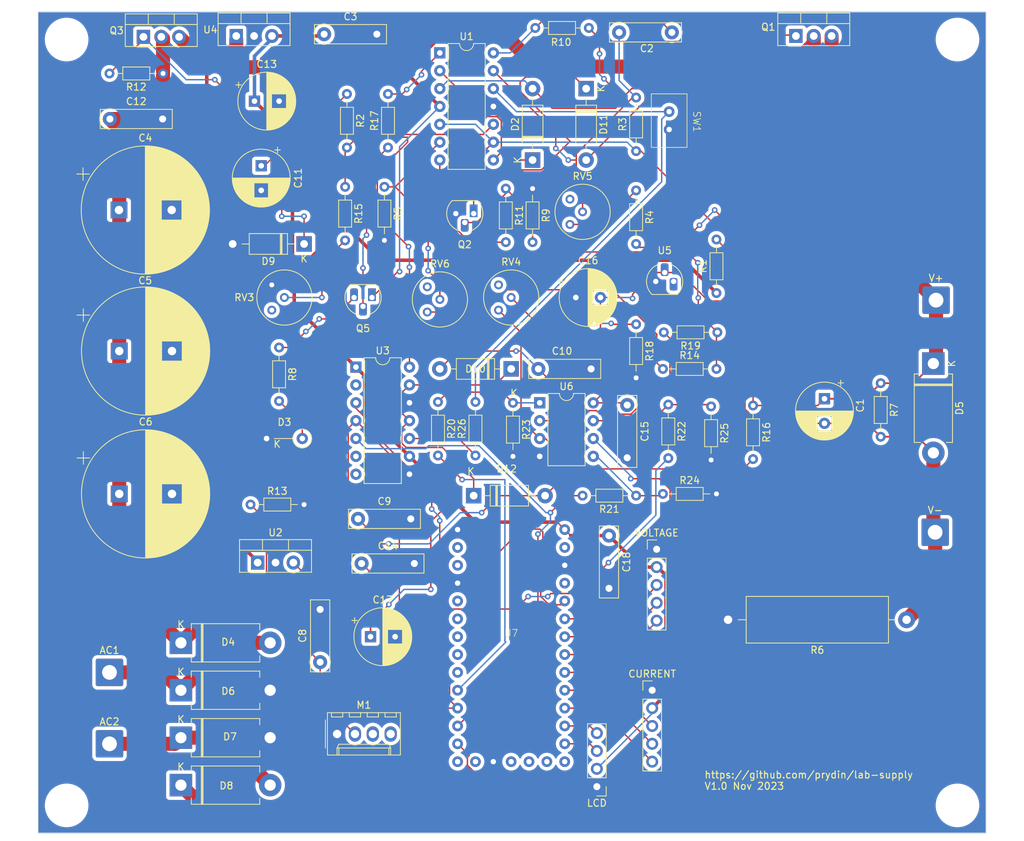
<source format=kicad_pcb>
(kicad_pcb (version 20221018) (generator pcbnew)
  (layers (0 "F.Cu" signal) (31 "B.Cu" signal) (34 "B.Paste" user) (35 "F.Paste" user) (36 "B.SilkS" user "B.Silkscreen") (37 "F.SilkS" user "F.Silkscreen") (38 "B.Mask" user) (39 "F.Mask" user) (44 "Edge.Cuts" user))
  (net 0 "")
  (net 1 "Net-(D2-K)")
  (net 2 "V+")
  (net 3 "+36V")
  (net 4 "Net-(C2-Pad2)")
  (net 5 "GND")
  (net 6 "Net-(D3-A)")
  (net 7 "Net-(D9-K)")
  (net 8 "Net-(Q2-B)")
  (net 10 "Net-(U1D--)")
  (net 11 "Net-(U1C-+)")
  (net 12 "Net-(D11-A)")
  (net 13 "+28V")
  (net 14 "Net-(D11-K)")
  (net 15 "Net-(R4-Pad1)")
  (net 16 "Net-(Q5-E)")
  (net 17 "Net-(R17-Pad2)")
  (net 18 "V_VSET")
  (net 19 "Net-(Q5-B)")
  (net 20 "V_ISET")
  (net 21 "ISENSE")
  (net 22 "+5V")
  (net 23 "VREF")
  (net 24 "Net-(U1B--)")
  (net 25 "Net-(R14-Pad1)")
  (net 26 "Net-(D12-A)")
  (net 27 "Net-(R15-Pad2)")
  (net 28 "Net-(D10-A)")
  (net 29 "Net-(R18-Pad1)")
  (net 32 "Net-(U3-SCK)")
  (net 33 "Net-(U3-SDI)")
  (net 36 "Net-(U5-A)")
  (net 37 "Net-(U6-DOUT)")
  (net 47 "Net-(M1-+)")
  (net 49 "Net-(R14-Pad2)")
  (net 51 "Net-(H2-CLK)")
  (net 52 "Net-(H2-DT)")
  (net 53 "Net-(H2-SW)")
  (net 54 "Net-(U6-~{CS}{slash}SHDN)")
  (net 55 "Net-(U7-A5)")
  (net 56 "Net-(U6-DIN)")
  (net 57 "Net-(U6-CLK)")
  (net 64 "Net-(H1-CLK)")
  (net 65 "Net-(H1-DT)")
  (net 66 "Net-(H1-SW)")
  (net 67 "AC1")
  (net 68 "AC2")
  (net 69 "Net-(M1-PWM)")
  (net 70 "Net-(H3-SDA)")
  (net 71 "Net-(H3-SCL)")
  (net 72 "Net-(SW1-A)")
  (net 73 "Net-(U3-~{CS})")
  (footprint "Resistor_THT:R_Axial_DIN0204_L3.6mm_D1.6mm_P7.62mm_Horizontal" (layer "F.Cu") (at 143.637 81.153 180)
    (fp_text reference "R19")
    (fp_text value "10k")
  )
  (footprint "Resistor_THT:R_Axial_DIN0204_L3.6mm_D1.6mm_P7.62mm_Horizontal" (layer "F.Cu") (at 148.717 91.567 -90)
    (fp_text reference "R16")
    (fp_text value "100k")
  )
  (footprint "Package_TO_SOT_THT:TO-220-3_Vertical" (layer "F.Cu") (at 61.976 39.116)
    (fp_text reference "Q3")
    (fp_text value "TIP121")
  )
  (footprint "Resistor_THT:R_Axial_DIN0204_L3.6mm_D1.6mm_P7.62mm_Horizontal" (layer "F.Cu") (at 132.08 60.96 -90)
    (fp_text reference "R4")
    (fp_text value "47k")
  )
  (footprint "Resistor_THT:R_Axial_Power_L20.0mm_W6.4mm_P25.40mm" (layer "F.Cu") (at 170.561 122.047 180)
    (fp_text reference "R6")
    (fp_text value "0.5")
  )
  (footprint "Connector_Wire:SolderWire-1.5sqmm_1x01_D1.7mm_OD3.9mm" (layer "F.Cu") (at 57.15 139.7)
    (fp_text reference "AC2")
    (fp_text value "AC2")
  )
  (footprint "Resistor_THT:R_Axial_DIN0204_L3.6mm_D1.6mm_P7.62mm_Horizontal" (layer "F.Cu") (at 64.77 44.323 180)
    (fp_text reference "R12")
    (fp_text value "10k")
  )
  (footprint "Resistor_THT:R_Axial_DIN0204_L3.6mm_D1.6mm_P7.62mm_Horizontal" (layer "F.Cu") (at 114.554 91.186 -90)
    (fp_text reference "R23")
    (fp_text value "470")
  )
  (footprint "Connector_Wire:SolderWire-1.5sqmm_1x01_D1.7mm_OD3.9mm" (layer "F.Cu") (at 174.752 76.581)
    (fp_text reference "V+")
    (fp_text value "V+")
  )
  (footprint "Connector_Wire:SolderWire-1.5sqmm_1x01_D1.7mm_OD3.9mm" (layer "F.Cu") (at 57.15 129.54)
    (fp_text reference "AC1")
    (fp_text value "AC1")
  )
  (footprint "Arduino:Itsy Bitsy 5V" (layer "F.Cu") (at 114.3 124.46)
    (fp_text reference "U7")
    (fp_text value "~")
  )
  (footprint "Resistor_THT:R_Axial_DIN0204_L3.6mm_D1.6mm_P7.62mm_Horizontal" (layer "F.Cu") (at 136.652 91.44 -90)
    (fp_text reference "R22")
    (fp_text value "100")
  )
  (footprint "Resistor_THT:R_Axial_DIN0204_L3.6mm_D1.6mm_P7.62mm_Horizontal" (layer "F.Cu") (at 117.729 37.846)
    (fp_text reference "R10")
    (fp_text value "10k")
  )
  (footprint "Resistor_THT:R_Axial_DIN0204_L3.6mm_D1.6mm_P7.62mm_Horizontal" (layer "F.Cu") (at 103.886 91.059 -90)
    (fp_text reference "R20")
    (fp_text value "100")
  )
  (footprint "Connector_Wire:SolderWire-1.5sqmm_1x01_D1.7mm_OD3.9mm" (layer "F.Cu") (at 174.625 109.601)
    (fp_text reference "V-")
    (fp_text value "V-")
  )
  (footprint "Package_TO_SOT_THT:TO-220-3_Vertical" (layer "F.Cu") (at 154.813 38.989)
    (fp_text reference "Q1")
    (fp_text value "TIP121")
  )
  (footprint "Capacitor_THT:C_Rect_L10.0mm_W2.5mm_P7.50mm_MKS4" (layer "F.Cu") (at 92.516 107.696)
    (fp_text reference "C9")
    (fp_text value "100n")
  )
  (footprint "Potentiometer_THT:Potentiometer_Bourns_3339H_Vertical" (layer "F.Cu") (at 80.242 77.996051)
    (fp_text reference "RV3")
    (fp_text value "22k")
  )
  (footprint "Capacitor_THT:CP_Radial_D8.0mm_P3.50mm" (layer "F.Cu") (at 94.29 124.46)
    (fp_text reference "C17")
    (fp_text value "10u")
  )
  (footprint "Package_TO_SOT_THT:TO-92_HandSolder" (layer "F.Cu") (at 108.966 64.262 180)
    (fp_text reference "Q2")
    (fp_text value "2N3904")
  )
  (footprint "Capacitor_THT:C_Rect_L10.0mm_W2.5mm_P7.50mm_MKS4" (layer "F.Cu") (at 57.21 50.8)
    (fp_text reference "C12")
    (fp_text value "100n")
  )
  (footprint "Capacitor_THT:CP_Radial_D8.0mm_P3.50mm" (layer "F.Cu") (at 77.78 48.26)
    (fp_text reference "C13")
    (fp_text value "10u")
  )
  (footprint "Capacitor_THT:CP_Radial_D18.0mm_P7.50mm" (layer "F.Cu") (at 58.54 83.82)
    (fp_text reference "C5")
    (fp_text value "4700u")
  )
  (footprint "Resistor_THT:R_Axial_DIN0204_L3.6mm_D1.6mm_P7.62mm_Horizontal" (layer "F.Cu") (at 132.08 104.394 180)
    (fp_text reference "R21")
    (fp_text value "100")
  )
  (footprint "Potentiometer_THT:Potentiometer_Bourns_3339H_Vertical" (layer "F.Cu") (at 112.503949 77.996051)
    (fp_text reference "RV4")
    (fp_text value "10k")
  )
  (footprint "Connector_PinHeader_2.54mm:PinHeader_1x04_P2.54mm_Vertical" (layer "F.Cu") (at 126.492 145.796 180)
    (fp_text reference "LCD")
    (fp_text value "Display")
  )
  (footprint "Potentiometer_THT:Potentiometer_Bourns_3339H_Vertical" (layer "F.Cu") (at 102.362 78.268102)
    (fp_text reference "RV6")
    (fp_text value "20k")
  )
  (footprint "Capacitor_THT:C_Rect_L10.0mm_W2.5mm_P7.50mm_MKS4" (layer "F.Cu") (at 87.69 38.735)
    (fp_text reference "C3")
    (fp_text value "100n")
  )
  (footprint "Resistor_THT:R_Axial_DIN0204_L3.6mm_D1.6mm_P7.62mm_Horizontal" (layer "F.Cu") (at 135.89 104.14)
    (fp_text reference "R24")
    (fp_text value "470")
  )
  (footprint "Package_TO_SOT_THT:TO-92_HandSolder" (layer "F.Cu") (at 94.488 76.2 180)
    (fp_text reference "Q5")
    (fp_text value "2N3904")
  )
  (footprint "MountingHole:MountingHole_3.2mm_M3" (layer "F.Cu") (at 177.8 148.463)
    (fp_text reference "REF**" hide)
    (fp_text value "MountingHole_3.2mm_M3")
  )
  (footprint "Package_TO_SOT_THT:TO-92_HandSolder" (layer "F.Cu") (at 134.874 73.914)
    (fp_text reference "U5")
    (fp_text value "LM4040DBZ-2.0")
  )
  (footprint "Capacitor_THT:C_Rect_L10.0mm_W2.5mm_P7.50mm_MKS4" (layer "F.Cu") (at 128.216 110.078 -90)
    (fp_text reference "C18")
    (fp_text value "100n")
  )
  (footprint "MountingHole:MountingHole_3.2mm_M3" (layer "F.Cu") (at 51.054 39.497)
    (fp_text reference "REF**" hide)
    (fp_text value "MountingHole_3.2mm_M3")
  )
  (footprint "Resistor_THT:R_Axial_DIN0204_L3.6mm_D1.6mm_P7.62mm_Horizontal" (layer "F.Cu") (at 166.878 88.392 -90)
    (fp_text reference "R7")
    (fp_text value "3.9k")
  )
  (footprint "Diode_THT:D_DO-41_SOD81_P10.16mm_Horizontal" (layer "F.Cu") (at 124.968 46.482 -90)
    (fp_text reference "D11")
    (fp_text value "1N4001")
  )
  (footprint "Resistor_THT:R_Axial_DIN0204_L3.6mm_D1.6mm_P7.62mm_Horizontal" (layer "F.Cu") (at 135.89 86.36)
    (fp_text reference "R14")
    (fp_text value "22k")
  )
  (footprint "Resistor_THT:R_Axial_DIN0204_L3.6mm_D1.6mm_P7.62mm_Horizontal" (layer "F.Cu") (at 109.22 98.679 90)
    (fp_text reference "R26")
    (fp_text value "47k")
  )
  (footprint "Diode_THT:D_DO-201AD_P12.70mm_Horizontal" (layer "F.Cu") (at 67.31 125.33)
    (fp_text reference "D4")
    (fp_text value "1N5400")
  )
  (footprint "Capacitor_THT:CP_Radial_D8.0mm_P3.50mm" (layer "F.Cu") (at 158.877 90.607 -90)
    (fp_text reference "C1")
    (fp_text value "100u")
  )
  (footprint "Capacitor_THT:C_Rect_L10.0mm_W2.5mm_P7.50mm_MKS4" (layer "F.Cu") (at 93.024 114.046)
    (fp_text reference "C14")
    (fp_text value "100n")
  )
  (footprint "Diode_THT:D_DO-41_SOD81_P10.16mm_Horizontal" (layer "F.Cu") (at 117.348 56.642 90)
    (fp_text reference "D2")
    (fp_text value "1N4001")
  )
  (footprint "Resistor_THT:R_Axial_DIN0204_L3.6mm_D1.6mm_P7.62mm_Horizontal" (layer "F.Cu") (at 132.08 80.01 -90)
    (fp_text reference "R18")
    (fp_text value "10k")
  )
  (footprint "Capacitor_THT:CP_Radial_D18.0mm_P7.50mm" (layer "F.Cu") (at 58.54 104.14)
    (fp_text reference "C6")
    (fp_text value "4700u")
  )
  (footprint "Capacitor_THT:CP_Radial_D8.0mm_P3.50mm" (layer "F.Cu") (at 123.5 76.2)
    (fp_text reference "C16")
    (fp_text value "10u")
  )
  (footprint "Resistor_THT:R_Axial_DIN0204_L3.6mm_D1.6mm_P7.62mm_Horizontal" (layer "F.Cu") (at 96.774 54.864 90)
    (fp_text reference "R17")
    (fp_text value "10k")
  )
  (footprint "Diode_THT:D_DO-201AD_P12.70mm_Horizontal" (layer "F.Cu") (at 67.31 138.83)
    (fp_text reference "D7")
    (fp_text value "1N5400")
  )
  (footprint "Resistor_THT:R_Axial_DIN0204_L3.6mm_D1.6mm_P7.62mm_Horizontal" (layer "F.Cu") (at 132.08 55.372 90)
    (fp_text reference "R3")
    (fp_text value "10k")
  )
  (footprint "Capacitor_THT:C_Rect_L10.0mm_W2.5mm_P7.50mm_MKS4" (layer "F.Cu") (at 129.66 38.481)
    (fp_text reference "C2")
    (fp_text value "10nf")
  )
  (footprint "Package_TO_SOT_THT:TO-220-3_Vertical" (layer "F.Cu") (at 78.232 113.919)
    (fp_text reference "U2")
    (fp_text value "LM7812_TO220")
  )
  (footprint "Connector_PinHeader_2.54mm:PinHeader_1x05_P2.54mm_Vertical" (layer "F.Cu") (at 134.366 132.08)
    (fp_text reference "CURRENT")
    (fp_text value "Current")
  )
  (footprint "Capacitor_THT:CP_Radial_D18.0mm_P7.50mm" (layer "F.Cu") (at 58.49822 63.754)
    (fp_text reference "C4")
    (fp_text value "4700u")
  )
  (footprint "Connector_Molex:Molex_KK-254_AE-6410-04A_1x04_P2.54mm_Vertical" (layer "F.Cu") (at 89.535 138.303)
    (fp_text reference "M1")
    (fp_text value "Fan_4pin")
  )
  (footprint "Resistor_THT:R_Axial_DIN0204_L3.6mm_D1.6mm_P7.62mm_Horizontal" (layer "F.Cu") (at 113.538 60.706 -90)
    (fp_text reference "R11")
    (fp_text value "10k")
  )
  (footprint "Capacitor_THT:C_Rect_L10.0mm_W2.5mm_P7.50mm_MKS4" (layer "F.Cu") (at 87.122 128.083 90)
    (fp_text reference "C8")
    (fp_text value "100n")
  )
  (footprint "Capacitor_THT:CP_Radial_D8.0mm_P3.50mm" (layer "F.Cu") (at 78.74 57.46 -90)
    (fp_text reference "C11")
    (fp_text value "100u")
  )
  (footprint "Diode_THT:D_DO-41_SOD81_P10.16mm_Horizontal" (layer "F.Cu") (at 114.3 86.36 180)
    (fp_text reference "D10")
    (fp_text value "1N4001")
  )
  (footprint "Diode_THT:D_DO-41_SOD81_P10.16mm_Horizontal" (layer "F.Cu") (at 84.836 68.58 180)
    (fp_text reference "D9")
    (fp_text value "1N4751ATR")
  )
  (footprint "Package_DIP:DIP-14_W7.62mm" (layer "F.Cu") (at 92.212 86.101)
    (fp_text reference "U3")
    (fp_text value "MCP4922" hide)
  )
  (footprint "Package_DIP:DIP-8_W7.62mm" (layer "F.Cu") (at 118.364 91.186)
    (fp_text reference "U6")
    (fp_text value "MCP3202")
  )
  (footprint "MountingHole:MountingHole_3.2mm_M3" (layer "F.Cu") (at 177.8 39.497)
    (fp_text reference "")
    (fp_text value "MountingHole_3.2mm_M3")
  )
  (footprint "Resistor_THT:R_Axial_DIN0204_L3.6mm_D1.6mm_P7.62mm_Horizontal" (layer "F.Cu") (at 142.748 91.694 -90)
    (fp_text reference "R25")
    (fp_text value "470")
  )
  (footprint "MountingHole:MountingHole_3.2mm_M3" (layer "F.Cu") (at 51.054 148.463)
    (fp_text reference "REF**" hide)
    (fp_text value "MountingHole_3.2mm_M3")
  )
  (footprint "Diode_THT:D_DO-41_SOD81_P10.16mm_Horizontal" (layer "F.Cu") (at 108.966 104.394)
    (fp_text reference "D12")
    (fp_text value "1N4001")
  )
  (footprint "Diode_THT:D_DO-201AD_P12.70mm_Horizontal" (layer "F.Cu") (at 67.31 132.08)
    (fp_text reference "D6")
    (fp_text value "1N5400")
  )
  (footprint "Package_DIP:DIP-14_W7.62mm" (layer "F.Cu") (at 104.15 41.397)
    (fp_text reference "U1")
    (fp_text value "LM324")
  )
  (footprint "Capacitor_THT:C_Rect_L10.0mm_W2.5mm_P7.50mm_MKS4" (layer "F.Cu") (at 125.67 86.36 180)
    (fp_text reference "C10")
    (fp_text value "100n")
  )
  (footprint "Arduino:2 Pin Header" (layer "F.Cu") (at 136.779 44.677)
    (fp_text reference "SW1")
    (fp_text value "ENABLE")
  )
  (footprint "Package_TO_SOT_THT:TO-220-3_Vertical" (layer "F.Cu") (at 75.184 38.989)
    (fp_text reference "U4")
    (fp_text value "LM7805_TO220")
  )
  (footprint "Resistor_THT:R_Axial_DIN0204_L3.6mm_D1.6mm_P7.62mm_Horizontal" (layer "F.Cu") (at 90.932 47.244 -90)
    (fp_text reference "R2")
    (fp_text value "47k")
  )
  (footprint "Resistor_THT:R_Axial_DIN0204_L3.6mm_D1.6mm_P7.62mm_Horizontal" (layer "F.Cu") (at 143.51 75.565 90)
    (fp_text reference "R1")
    (fp_text value "1k")
  )
  (footprint "Diode_THT:D_DO-201AD_P12.70mm_Horizontal" (layer "F.Cu") (at 174.371 85.598 -90)
    (fp_text reference "D5")
    (fp_text value "1N5400")
  )
  (footprint "Resistor_THT:R_Axial_DIN0204_L3.6mm_D1.6mm_P7.62mm_Horizontal" (layer "F.Cu") (at 77.216 105.664)
    (fp_text reference "R13")
    (fp_text value "100")
  )
  (footprint "Capacitor_THT:C_Rect_L10.0mm_W2.5mm_P7.50mm_MKS4" (layer "F.Cu") (at 130.81 91.5 -90)
    (fp_text reference "C15")
    (fp_text value "100n")
  )
  (footprint "Potentiometer_THT:Potentiometer_Bourns_3339H_Vertical" (layer "F.Cu") (at 122.663949 65.804051)
    (fp_text reference "RV5")
    (fp_text value "20k")
  )
  (footprint "Diode_THT:D_DO-35_SOD27_P5.08mm_Vertical_KathodeUp" (layer "F.Cu") (at 79.502 96.266)
    (fp_text reference "D3")
    (fp_text value "I_LIMIT_ON")
  )
  (footprint "Resistor_THT:R_Axial_DIN0204_L3.6mm_D1.6mm_P7.62mm_Horizontal" (layer "F.Cu") (at 90.678 60.452 -90)
    (fp_text reference "R15")
    (fp_text value "10k")
  )
  (footprint "Connector_PinHeader_2.54mm:PinHeader_1x05_P2.54mm_Vertical" (layer "F.Cu") (at 135.001 112.019)
    (fp_text reference "VOLTAGE")
    (fp_text value "Voltage")
  )
  (footprint "Resistor_THT:R_Axial_DIN0204_L3.6mm_D1.6mm_P7.62mm_Horizontal" (layer "F.Cu") (at 81.28 83.312 -90)
    (fp_text reference "R8")
    (fp_text value "1.5k")
  )
  (footprint "Resistor_THT:R_Axial_DIN0204_L3.6mm_D1.6mm_P7.62mm_Horizontal" (layer "F.Cu") (at 117.348 60.706 -90)
    (fp_text reference "R9")
    (fp_text value "22k")
  )
  (footprint "Diode_THT:D_DO-201AD_P12.70mm_Horizontal" (layer "F.Cu") (at 67.31 145.58)
    (fp_text reference "D8")
    (fp_text value "1N5400")
  )
  (footprint "Resistor_THT:R_Axial_DIN0204_L3.6mm_D1.6mm_P7.62mm_Horizontal" (layer "F.Cu") (at 96.266 60.452 -90)
    (fp_text reference "R5")
    (fp_text value "10k")
  )
  (gr_rect (start 46.99 35.56) (end 181.864 152.4) (stroke (width 0.1)) (fill none) (layer "Edge.Cuts"))
  (gr_text "https://github.com/prydin/lab-supply\nV1.0 Nov 2023" (at 141.732 146.304) (layer "F.SilkS") (effects (font (size 1 1)) (justify left bottom)))
  (segment (start 112.903 51.054) (end 112.903 55.499) (width 0.2) (layer "F.Cu") (net 1))
  (segment (start 114.046 56.642) (end 112.903 55.499) (width 0.2) (layer "F.Cu") (net 1))
  (segment (start 104.15 43.937) (end 110.67 50.457) (width 0.2) (layer "F.Cu") (net 1))
  (segment (start 112.903 55.499) (end 112.903 55.504) (width 0.2) (layer "F.Cu") (net 1))
  (segment (start 117.348 56.642) (end 114.046 56.642) (width 0.2) (layer "F.Cu") (net 1))
  (segment (start 112.903 55.504) (end 111.77 56.637) (width 0.2) (layer "F.Cu") (net 1))
  (segment (start 112.306 50.457) (end 112.903 51.054) (width 0.2) (layer "F.Cu") (net 1))
  (segment (start 110.67 50.457) (end 112.306 50.457) (width 0.2) (layer "F.Cu") (net 1))
  (segment (start 174.752 85.217) (end 174.371 85.598) (width 2) (layer "F.Cu") (net 2))
  (segment (start 171.577 88.392) (end 174.371 85.598) (width 0.25) (layer "F.Cu") (net 2))
  (segment (start 132.572264 69.072264) (end 137.937736 69.072264) (width 0.2) (layer "F.Cu") (net 2))
  (segment (start 137.937736 69.072264) (end 141.097 65.913) (width 0.2) (layer "F.Cu") (net 2))
  (segment (start 174.752 76.581) (end 174.752 85.217) (width 2) (layer "F.Cu") (net 2))
  (segment (start 148.717 91.567) (end 157.917 91.567) (width 0.2) (layer "F.Cu") (net 2))
  (segment (start 143.256 63.754) (end 148.717 69.215) (width 0.2) (layer "F.Cu") (net 2))
  (segment (start 166.878 88.392) (end 171.577 88.392) (width 0.25) (layer "F.Cu") (net 2))
  (segment (start 148.717 69.215) (end 148.717 91.567) (width 0.2) (layer "F.Cu") (net 2))
  (segment (start 158.877 90.607) (end 164.663 90.607) (width 0.25) (layer "F.Cu") (net 2))
  (segment (start 157.917 91.567) (end 158.877 90.607) (width 0.2) (layer "F.Cu") (net 2))
  (segment (start 174.752 76.581) (end 159.893 61.722) (width 2) (layer "F.Cu") (net 2))
  (segment (start 159.893 61.722) (end 159.893 38.989) (width 2) (layer "F.Cu") (net 2))
  (segment (start 164.663 90.607) (end 166.878 88.392) (width 0.25) (layer "F.Cu") (net 2))
  (segment (start 132.08 68.58) (end 132.572264 69.072264) (width 0.2) (layer "F.Cu") (net 2))
  (via (at 141.097 65.913) (size 0.8) (drill 0.4) (layers "F.Cu" "B.Cu") (net 2))
  (via (at 143.256 63.754) (size 0.8) (drill 0.4) (layers "F.Cu" "B.Cu") (net 2))
  (segment (start 141.097 65.913) (end 143.256 63.754) (width 0.2) (layer "B.Cu") (net 2))
  (segment (start 58.54 64.27) (end 58.54 52.13) (width 2) (layer "F.Cu") (net 3))
  (segment (start 67.31 145.58) (end 70.574 148.844) (width 2) (layer "F.Cu") (net 3))
  (segment (start 64.77 39.37) (end 64.516 39.116) (width 2) (layer "F.Cu") (net 3))
  (segment (start 82.169 148.844) (end 83.439 147.574) (width 2) (layer "F.Cu") (net 3))
  (segment (start 70.574 148.844) (end 82.169 148.844) (width 2) (layer "F.Cu") (net 3))
  (segment (start 64.77 45.466) (end 64.77 39.37) (width 2) (layer "F.Cu") (net 3))
  (segment (start 58.54 52.13) (end 57.21 50.8) (width 2) (layer "F.Cu") (net 3))
  (segment (start 58.54 116.56) (end 67.31 125.33) (width 2) (layer "F.Cu") (net 3))
  (segment (start 58.54 64.27) (end 58.54 83.82) (width 2) (layer "F.Cu") (net 3))
  (segment (start 58.54 83.82) (end 58.54 104.14) (width 2) (layer "F.Cu") (net 3))
  (segment (start 58.54 104.14) (end 58.54 116.56) (width 2) (layer "F.Cu") (net 3))
  (segment (start 79.4845 119.7435) (end 80.645 120.904) (width 0.2) (layer "F.Cu") (net 3))
  (segment (start 59.436 50.8) (end 64.77 45.466) (width 2) (layer "F.Cu") (net 3))
  (segment (start 83.439 147.574) (end 83.439 123.698) (width 2) (layer "F.Cu") (net 3))
  (segment (start 80.645 120.904) (end 71.736 120.904) (width 2) (layer "F.Cu") (net 3))
  (segment (start 77.216 105.664) (end 79.4845 107.9325) (width 0.2) (layer "F.Cu") (net 3))
  (segment (start 71.736 120.904) (end 67.31 125.33) (width 2) (layer "F.Cu") (net 3))
  (segment (start 79.4845 107.9325) (end 79.4845 119.7435) (width 0.2) (layer "F.Cu") (net 3))
  (segment (start 57.21 50.8) (end 59.436 50.8) (width 2) (layer "F.Cu") (net 3))
  (segment (start 83.439 123.698) (end 80.645 120.904) (width 2) (layer "F.Cu") (net 3))
  (segment (start 117.729 37.846) (end 119.126 36.449) (width 0.2) (layer "F.Cu") (net 4))
  (segment (start 119.126 36.449) (end 135.128 36.449) (width 0.2) (layer "F.Cu") (net 4))
  (segment (start 135.128 36.449) (end 137.16 38.481) (width 0.2) (layer "F.Cu") (net 4))
  (segment (start 111.77 41.397) (end 114.178 41.397) (width 0.2) (layer "B.Cu") (net 4))
  (segment (start 114.178 41.397) (end 117.729 37.846) (width 0.2) (layer "B.Cu") (net 4))
  (segment (start 84.582 94.234) (end 84.582 96.266) (width 0.2) (layer "F.Cu") (net 6))
  (segment (start 81.28 90.932) (end 84.582 94.234) (width 0.2) (layer "F.Cu") (net 6))
  (segment (start 84.836 68.58) (end 84.836 64.643) (width 0.2) (layer "F.Cu") (net 7))
  (segment (start 72.39 45.466) (end 72.136 45.212) (width 0.2) (layer "F.Cu") (net 7))
  (segment (start 81.661 54.737) (end 72.39 45.466) (width 0.2) (layer "F.Cu") (net 7))
  (segment (start 81.661 64.643) (end 81.661 54.991) (width 0.2) (layer "F.Cu") (net 7))
  (segment (start 81.661 54.991) (end 81.661 54.737) (width 0.2) (layer "F.Cu") (net 7))
  (segment (start 79.192 57.46) (end 81.661 54.991) (width 0.2) (layer "F.Cu") (net 7))
  (segment (start 78.74 57.46) (end 79.192 57.46) (width 0.2) (layer "F.Cu") (net 7))
  (segment (start 61.976 39.497) (end 61.976 39.116) (width 0.2) (layer "F.Cu") (net 7))
  (segment (start 57.15 44.323) (end 61.976 39.497) (width 0.2) (layer "F.Cu") (net 7))
  (via (at 84.836 64.643) (size 0.8) (drill 0.4) (layers "F.Cu" "B.Cu") (net 7))
  (via (at 81.661 64.643) (size 0.8) (drill 0.4) (layers "F.Cu" "B.Cu") (net 7))
  (via (at 72.136 45.212) (size 0.8) (drill 0.4) (layers "F.Cu" "B.Cu") (net 7))
  (segment (start 84.836 64.643) (end 81.661 64.643) (width 0.2) (layer "B.Cu") (net 7))
  (segment (start 68.072 45.212) (end 61.976 39.116) (width 0.2) (layer "B.Cu") (net 7))
  (segment (start 72.136 45.212) (end 68.072 45.212) (width 0.2) (layer "B.Cu") (net 7))
  (segment (start 113.538 60.706) (end 117.348 64.516) (width 0.2) (layer "F.Cu") (net 8))
  (segment (start 117.348 64.516) (end 117.348 68.326) (width 0.2) (layer "F.Cu") (net 8))
  (segment (start 107.696 65.532) (end 109.406896 65.532) (width 0.2) (layer "F.Cu") (net 8))
  (segment (start 113.538 61.400896) (end 113.538 60.706) (width 0.2) (layer "F.Cu") (net 8))
  (segment (start 109.406896 65.532) (end 113.538 61.400896) (width 0.2) (layer "F.Cu") (net 8))
  (segment (start 120.65 52.817) (end 120.65 54.991) (width 0.2) (layer "F.Cu") (net 10))
  (segment (start 123.568 57.655) (end 123.568 56.642) (width 0.2) (layer "F.Cu") (net 10))
  (segment (start 123.568 56.642) (end 123.568 55.756) (width 0.2) (layer "F.Cu") (net 10))
  (segment (start 111.77 43.937) (end 120.65 52.817) (width 0.2) (layer "F.Cu") (net 10))
  (segment (start 122.428 56.642) (end 123.568 56.642) (width 0.2) (layer "F.Cu") (net 10))
  (segment (start 131.572 47.752) (end 132.08 47.752) (width 0.2) (layer "F.Cu") (net 10))
  (segment (start 124.46 64.008) (end 124.46 58.547) (width 0.2) (layer "F.Cu") (net 10))
  (segment (start 123.568 55.756) (end 131.572 47.752) (width 0.2) (layer "F.Cu") (net 10))
  (segment (start 124.46 58.547) (end 123.568 57.655) (width 0.2) (layer "F.Cu") (net 10))
  (via (at 120.65 54.991) (size 0.8) (drill 0.4) (layers "F.Cu" "B.Cu") (net 10))
  (via (at 122.428 56.642) (size 0.8) (drill 0.4) (layers "F.Cu" "B.Cu") (net 10))
  (segment (start 132.08 47.752) (end 129.66 45.332) (width 0.2) (layer "B.Cu") (net 10))
  (segment (start 120.65 54.991) (end 120.777 54.991) (width 0.2) (layer "B.Cu") (net 10))
  (segment (start 129.66 45.332) (end 129.66 38.481) (width 0.2) (layer "B.Cu") (net 10))
  (segment (start 120.777 54.991) (end 122.428 56.642) (width 0.2) (layer "B.Cu") (net 10))
  (segment (start 110.33 52.997) (end 111.77 51.557) (width 0.2) (layer "F.Cu") (net 11))
  (segment (start 92.799 52.997) (end 110.33 52.997) (width 0.2) (layer "F.Cu") (net 11))
  (segment (start 90.678 55.118) (end 90.932 54.864) (width 0.2) (layer "F.Cu") (net 11))
  (segment (start 90.932 54.864) (end 92.799 52.997) (width 0.2) (layer "F.Cu") (net 11))
  (segment (start 90.678 60.452) (end 90.678 55.118) (width 0.2) (layer "F.Cu") (net 11))
  (segment (start 131.445 46.482) (end 133.35 46.482) (width 0.2) (layer "F.Cu") (net 12))
  (segment (start 130.167296 47.759704) (end 131.445 46.482) (width 0.2) (layer "F.Cu") (net 12))
  (segment (start 126.873 39.37) (end 126.873 41.529) (width 0.2) (layer "F.Cu") (net 12))
  (segment (start 127.508 45.085) (end 130.167296 47.744296) (width 0.2) (layer "F.Cu") (net 12))
  (segment (start 117.348 46.482) (end 120.142 49.276) (width 0.2) (layer "F.Cu") (net 12))
  (segment (start 133.35 46.482) (end 133.35 48.26) (width 0.2) (layer "F.Cu") (net 12))
  (segment (start 127.284 39.781) (end 151.384 39.781) (width 0.2) (layer "F.Cu") (net 12))
  (segment (start 125.349 37.846) (end 126.873 39.37) (width 0.2) (layer "F.Cu") (net 12))
  (segment (start 125.349 37.846) (end 127.284 39.781) (width 0.2) (layer "F.Cu") (net 12))
  (segment (start 152.303 38.862) (end 154.813 38.862) (width 0.2) (layer "F.Cu") (net 12))
  (segment (start 120.142 49.276) (end 129.143592 49.276) (width 0.2) (layer "F.Cu") (net 12))
  (segment (start 129.143592 49.276) (end 130.167296 48.252296) (width 0.2) (layer "F.Cu") (net 12))
  (segment (start 133.35 48.26) (end 124.968 56.642) (width 0.2) (layer "F.Cu") (net 12))
  (segment (start 130.167296 47.744296) (end 130.167296 48.252296) (width 0.2) (layer "F.Cu") (net 12))
  (segment (start 130.167296 48.252296) (end 130.167296 47.759704) (width 0.2) (layer "F.Cu") (net 12))
  (segment (start 151.384 39.781) (end 152.303 38.862) (width 0.2) (layer "F.Cu") (net 12))
  (via (at 126.873 41.529) (size 0.8) (drill 0.4) (layers "F.Cu" "B.Cu") (net 12))
  (via (at 127.508 45.085) (size 0.8) (drill 0.4) (layers "F.Cu" "B.Cu") (net 12))
  (segment (start 105.25 45.377) (end 116.243 45.377) (width 0.2) (layer "B.Cu") (net 12))
  (segment (start 126.873 41.529) (end 126.873 44.45) (width 0.2) (layer "B.Cu") (net 12))
  (segment (start 104.15 46.477) (end 105.25 45.377) (width 0.2) (layer "B.Cu") (net 12))
  (segment (start 126.873 44.45) (end 127.508 45.085) (width 0.2) (layer "B.Cu") (net 12))
  (segment (start 116.243 45.377) (end 117.348 46.482) (width 0.2) (layer "B.Cu") (net 12))
  (segment (start 98.815944 43.434) (end 104.530944 37.719) (width 2) (layer "F.Cu") (net 13))
  (segment (start 67.056 39.116) (end 69.215 41.275) (width 2) (layer "F.Cu") (net 13))
  (segment (start 78.105 113.792) (end 78.105 113.665) (width 0.2) (layer "F.Cu") (net 13))
  (segment (start 78.232 113.919) (end 78.105 113.792) (width 0.2) (layer "F.Cu") (net 13))
  (segment (start 69.215 41.275) (end 75.184 41.275) (width 2) (layer "F.Cu") (net 13))
  (segment (start 104.15 49.017) (end 98.815944 43.682944) (width 0.5) (layer "F.Cu") (net 13))
  (segment (start 98.171 72.517) (end 98.425 72.517) (width 0.2) (layer "F.Cu") (net 13))
  (segment (start 70.993 44.069) (end 71.628 43.434) (width 0.5) (layer "F.Cu") (net 13))
  (segment (start 75.184 43.434) (end 98.815944 43.434) (width 2) (layer "F.Cu") (net 13))
  (segment (start 117.897 43.348) (end 154.294 43.348) (width 2) (layer "F.Cu") (net 13))
  (segment (start 73.126 108.686) (end 73.126 50.318) (width 0.5) (layer "F.Cu") (net 13))
  (segment (start 114.427 39.878) (end 117.897 43.348) (width 2) (layer "F.Cu") (net 13))
  (segment (start 104.530944 37.719) (end 112.522 37.719) (width 2) (layer "F.Cu") (net 13))
  (segment (start 94.488 76.2) (end 98.171 72.517) (width 0.2) (layer "F.Cu") (net 13))
  (segment (start 75.692 38.989) (end 75.692 39.116) (width 0.2) (layer "F.Cu") (net 13))
  (segment (start 71.628 43.434) (end 75.184 43.434) (width 0.5) (layer "F.Cu") (net 13))
  (segment (start 157.353 40.098556) (end 157.353 38.989) (width 2) (layer "F.Cu") (net 13))
  (segment (start 112.522 37.719) (end 114.427 39.624) (width 2) (layer "F.Cu") (net 13))
  (segment (start 75.184 41.275) (end 75.184 39.497) (width 2) (layer "F.Cu") (net 13))
  (segment (start 78.105 113.665) (end 73.126 108.686) (width 0.5) (layer "F.Cu") (net 13))
  (segment (start 114.427 39.624) (end 114.427 39.878) (width 2) (layer "F.Cu") (net 13))
  (segment (start 70.993 48.185) (end 70.993 44.069) (width 0.5) (layer "F.Cu") (net 13))
  (segment (start 154.294 43.348) (end 154.294 43.157556) (width 2) (layer "F.Cu") (net 13))
  (segment (start 154.294 43.157556) (end 157.353 40.098556) (width 2) (layer "F.Cu") (net 13))
  (segment (start 73.126 50.318) (end 70.993 48.185) (width 0.5) (layer "F.Cu") (net 13))
  (segment (start 98.815944 43.682944) (end 98.815944 43.434) (width 0.5) (layer "F.Cu") (net 13))
  (segment (start 75.184 43.434) (end 75.184 41.275) (width 2) (layer "F.Cu") (net 13))
  (via (at 98.425 72.517) (size 0.8) (drill 0.4) (layers "F.Cu" "B.Cu") (net 13))
  (segment (start 98.425 72.517) (end 98.425 54.742) (width 0.2) (layer "B.Cu") (net 13))
  (segment (start 98.425 54.742) (end 104.15 49.017) (width 0.2) (layer "B.Cu") (net 13))
  (segment (start 108.966 64.262) (end 108.966 61.017686) (width 0.2) (layer "F.Cu") (net 14))
  (segment (start 115.57 46.863) (end 115.57 45.593) (width 0.2) (layer "F.Cu") (net 14))
  (segment (start 115.57 45.593) (end 116.332 44.831) (width 0.2) (layer "F.Cu") (net 14))
  (segment (start 118.615 58.042) (end 122.682 53.975) (width 0.2) (layer "F.Cu") (net 14))
  (segment (start 122.682 53.975) (end 115.57 46.863) (width 0.2) (layer "F.Cu") (net 14))
  (segment (start 123.317 44.831) (end 124.968 46.482) (width 0.2) (layer "F.Cu") (net 14))
  (segment (start 111.941686 58.042) (end 118.615 58.042) (width 0.2) (layer "F.Cu") (net 14))
  (segment (start 116.332 44.831) (end 123.317 44.831) (width 0.2) (layer "F.Cu") (net 14))
  (segment (start 108.966 61.017686) (end 111.941686 58.042) (width 0.2) (layer "F.Cu") (net 14))
  (segment (start 122.663949 65.804051) (end 127.235949 65.804051) (width 0.2) (layer "F.Cu") (net 15))
  (segment (start 127.235949 65.804051) (end 132.08 60.96) (width 0.2) (layer "F.Cu") (net 15))
  (segment (start 88.9 79.248) (end 91.948 76.2) (width 0.2) (layer "F.Cu") (net 16))
  (segment (start 82.804 83.312) (end 85.09 81.026) (width 0.2) (layer "F.Cu") (net 16))
  (segment (start 81.28 83.312) (end 82.804 83.312) (width 0.2) (layer "F.Cu") (net 16))
  (segment (start 86.995 79.248) (end 88.9 79.248) (width 0.2) (layer "F.Cu") (net 16))
  (via (at 85.09 81.026) (size 0.8) (drill 0.4) (layers "F.Cu" "B.Cu") (net 16))
  (via (at 86.995 79.248) (size 0.8) (drill 0.4) (layers "F.Cu" "B.Cu") (net 16))
  (segment (start 85.09 81.026) (end 85.217 81.026) (width 0.2) (layer "B.Cu") (net 16))
  (segment (start 85.217 81.026) (end 86.995 79.248) (width 0.2) (layer "B.Cu") (net 16))
  (segment (start 98.806 47.244) (end 99.441 46.609) (width 0.2) (layer "F.Cu") (net 17))
  (segment (start 101.5365 44.5135) (end 101.5365 44.0105) (width 0.2) (layer "F.Cu") (net 17))
  (segment (start 101.5365 44.0105) (end 104.15 41.397) (width 0.2) (layer "F.Cu") (net 17))
  (segment (start 96.774 47.244) (end 98.806 47.244) (width 0.2) (layer "F.Cu") (net 17))
  (via (at 99.441 46.609) (size 0.8) (drill 0.4) (layers "F.Cu" "B.Cu") (net 17))
  (via (at 101.5365 44.5135) (size 0.8) (drill 0.4) (layers "F.Cu" "B.Cu") (net 17))
  (segment (start 99.441 46.609) (end 101.5365 44.5135) (width 0.2) (layer "B.Cu") (net 17))
  (segment (start 106.802 96.261) (end 109.22 98.679) (width 0.2) (layer "F.Cu") (net 18))
  (segment (start 99.832 96.261) (end 106.802 96.261) (width 0.2) (layer "F.Cu") (net 18))
  (segment (start 93.218 77.47) (end 93.218 72.009) (width 0.2) (layer "F.Cu") (net 19))
  (segment (start 93.726 57.912) (end 96.774 54.864) (width 0.2) (layer "F.Cu") (net 19))
  (segment (start 93.726 67.31) (end 93.726 57.912) (width 0.2) (layer "F.Cu") (net 19))
  (via (at 93.726 67.31) (size 0.8) (drill 0.4) (layers "F.Cu" "B.Cu") (net 19))
  (via (at 93.218 72.009) (size 0.8) (drill 0.4) (layers "F.Cu" "B.Cu") (net 19))
  (segment (start 93.218 72.009) (end 93.218 67.818) (width 0.2) (layer "B.Cu") (net 19))
  (segment (start 93.218 67.818) (end 93.726 67.31) (width 0.2) (layer "B.Cu") (net 19))
  (segment (start 95.266 58.404) (end 99.568 54.102) (width 0.2) (layer "F.Cu") (net 20))
  (segment (start 99.832 71.892) (end 99.822 71.882) (width 0.2) (layer "F.Cu") (net 20))
  (segment (start 99.568 53.397) (end 92.964686 53.397) (width 0.2) (layer "F.Cu") (net 20))
  (segment (start 90.043 61.722) (end 89.154 60.833) (width 0.2) (layer "F.Cu") (net 20))
  (segment (start 89.154 60.833) (end 89.154 49.022) (width 0.2) (layer "F.Cu") (net 20))
  (segment (start 91.186 61.722) (end 90.043 61.722) (width 0.2) (layer "F.Cu") (net 20))
  (segment (start 99.832 86.101) (end 99.832 71.892) (width 0.2) (layer "F.Cu") (net 20))
  (segment (start 89.154 49.022) (end 90.932 47.244) (width 0.2) (layer "F.Cu") (net 20))
  (segment (start 99.695 68.961) (end 95.266 64.532) (width 0.2) (layer "F.Cu") (net 20))
  (segment (start 95.266 64.532) (end 95.266 58.404) (width 0.2) (layer "F.Cu") (net 20))
  (segment (start 99.568 54.102) (end 99.568 53.397) (width 0.2) (layer "F.Cu") (net 20))
  (segment (start 92.964686 53.397) (end 92.964686 59.943314) (width 0.2) (layer "F.Cu") (net 20))
  (segment (start 92.964686 59.943314) (end 91.186 61.722) (width 0.2) (layer "F.Cu") (net 20))
  (via (at 99.822 71.882) (size 0.8) (drill 0.4) (layers "F.Cu" "B.Cu") (net 20))
  (via (at 99.695 68.961) (size 0.8) (drill 0.4) (layers "F.Cu" "B.Cu") (net 20))
  (segment (start 99.822 69.088) (end 99.695 68.961) (width 0.2) (layer "B.Cu") (net 20))
  (segment (start 99.822 71.882) (end 99.822 69.088) (width 0.2) (layer "B.Cu") (net 20))
  (segment (start 172.085 96.012) (end 174.371 98.298) (width 0.25) (layer "F.Cu") (net 21))
  (segment (start 174.625 109.601) (end 174.625 117.983) (width 2) (layer "F.Cu") (net 21))
  (segment (start 147.574 92.075) (end 149.606 94.107) (width 0.2) (layer "F.Cu") (net 21))
  (segment (start 149.606 94.107) (end 158.877 94.107) (width 0.2) (layer "F.Cu") (net 21))
  (segment (start 174.371 109.347) (end 174.625 109.601) (width 2) (layer "F.Cu") (net 21))
  (segment (start 166.878 96.012) (end 172.085 96.012) (width 0.25) (layer "F.Cu") (net 21))
  (segment (start 174.625 117.983) (end 170.561 122.047) (width 2) (layer "F.Cu") (net 21))
  (segment (start 174.371 98.298) (end 174.371 109.347) (width 2) (layer "F.Cu") (net 21))
  (segment (start 132.78 55.372) (end 147.574 70.166) (width 0.2) (layer "F.Cu") (net 21))
  (segment (start 113.538 68.326) (end 108.376828 68.326) (width 0.2) (layer "F.Cu") (net 21))
  (segment (start 105.576 60.291) (end 111.77 54.097) (width 0.2) (layer "F.Cu") (net 21))
  (segment (start 164.973 94.107) (end 166.878 96.012) (width 0.25) (layer "F.Cu") (net 21))
  (segment (start 158.877 94.107) (end 164.973 94.107) (width 0.25) (layer "F.Cu") (net 21))
  (segment (start 147.574 70.166) (end 147.574 92.075) (width 0.2) (layer "F.Cu") (net 21))
  (segment (start 105.576 65.525172) (end 105.576 60.291) (width 0.2) (layer "F.Cu") (net 21))
  (segment (start 108.376828 68.326) (end 105.576 65.525172) (width 0.2) (layer "F.Cu") (net 21))
  (segment (start 132.08 55.372) (end 132.78 55.372) (width 0.2) (layer "F.Cu") (net 21))
  (segment (start 111.77 54.097) (end 130.805 54.097) (width 0.2) (layer "B.Cu") (net 21))
  (segment (start 104.15 51.557) (end 109.23 51.557) (width 0.2) (layer "B.Cu") (net 21))
  (segment (start 109.23 51.557) (end 111.77 54.097) (width 0.2) (layer "B.Cu") (net 21))
  (segment (start 130.805 54.097) (end 132.08 55.372) (width 0.2) (layer "B.Cu") (net 21))
  (segment (start 109.189 108.158) (end 105.989 104.958) (width 0.5) (layer "F.Cu") (net 22))
  (segment (start 94.29 122.499) (end 96.901 119.888) (width 0.2) (layer "F.Cu") (net 22))
  (segment (start 83.185 53.665) (end 77.78 48.26) (width 0.5) (layer "F.Cu") (net 22))
  (segment (start 92.212 86.101) (end 83.436 77.325) (width 0.5) (layer "F.Cu") (net 22))
  (segment (start 93.462 92.431) (end 93.462 87.351) (width 0.5) (layer "F.Cu") (net 22))
  (segment (start 143.51 75.565) (end 138.839 70.894) (width 0.5) (layer "F.Cu") (net 22))
  (segment (start 135.128 114.554) (end 136.34 115.766) (width 0.5) (layer "F.Cu") (net 22))
  (segment (start 99.832 98.801) (end 93.462 92.431) (width 0.5) (layer "F.Cu") (net 22))
  (segment (start 91.44 66.675) (end 89.662 66.675) (width 0.5) (layer "F.Cu") (net 22))
  (segment (start 83.436 77.325) (end 83.436 70.612) (width 0.5) (layer "F.Cu") (net 22))
  (segment (start 89.662 66.675) (end 85.725 70.612) (width 0.5) (layer "F.Cu") (net 22))
  (segment (start 80.264 38.989) (end 87.436 38.989) (width 0.5) (layer "F.Cu") (net 22))
  (segment (start 102.87 108.077) (end 105.989 104.958) (width 0.2) (layer "F.Cu") (net 22))
  (segment (start 95.659 70.894) (end 91.44 66.675) (width 0.5) (layer "F.Cu") (net 22))
  (segment (start 136.34 132.646) (end 134.366 134.62) (width 0.5) (layer "F.Cu") (net 22))
  (segment (start 136.34 115.766) (end 136.34 132.646) (width 0.5) (layer "F.Cu") (net 22))
  (segment (start 122.778 110.078) (end 121.92 109.22) (width 0.2) (layer "F.Cu") (net 22))
  (segment (start 128.216 110.078) (end 132.692 114.554) (width 0.5) (layer "F.Cu") (net 22))
  (segment (start 93.024 114.046) (end 94.29 115.312) (width 0.2) (layer "F.Cu") (net 22))
  (segment (start 93.462 87.351) (end 92.212 86.101) (width 0.5) (layer "F.Cu") (net 22))
  (segment (start 85.725 70.612) (end 83.436 70.612) (width 0.5) (layer "F.Cu") (net 22))
  (segment (start 120.858 108.158) (end 109.189 108.158) (width 0.5) (layer "F.Cu") (net 22))
  (segment (start 102.87 117.729) (end 102.87 108.077) (width 0.2) (layer "F.Cu") (net 22))
  (segment (start 87.436 38.989) (end 87.69 38.735) (width 0.5) (layer "F.Cu") (net 22))
  (segment (start 94.29 124.46) (end 94.29 122.499) (width 0.2) (layer "F.Cu") (net 22))
  (segment (start 105.989 104.958) (end 99.832 98.801) (width 0.5) (layer "F.Cu") (net 22))
  (segment (start 121.92 109.22) (end 120.858 108.158) (width 0.2) (layer "F.Cu") (net 22))
  (segment (start 138.839 70.894) (end 95.659 70.894) (width 0.5) (layer "F.Cu") (net 22))
  (segment (start 132.692 114.554) (end 135.128 114.554) (width 0.5) (layer "F.Cu") (net 22))
  (segment (start 83.185 70.361) (end 83.185 53.665) (width 0.5) (layer "F.Cu") (net 22))
  (segment (start 83.436 70.612) (end 83.185 70.361) (width 0.5) (layer "F.Cu") (net 22))
  (segment (start 128.216 110.078) (end 122.778 110.078) (width 0.5) (layer "F.Cu") (net 22))
  (segment (start 94.29 115.312) (end 94.29 124.46) (width 0.2) (layer "F.Cu") (net 22))
  (via (at 102.87 117.729) (size 0.8) (drill 0.4) (layers "F.Cu" "B.Cu") (net 22))
  (via (at 96.901 119.888) (size 0.8) (drill 0.4) (layers "F.Cu" "B.Cu") (net 22))
  (segment (start 96.901 119.888) (end 99.06 117.729) (width 0.2) (layer "B.Cu") (net 22))
  (segment (start 99.06 117.729) (end 102.87 117.729) (width 0.2) (layer "B.Cu") (net 22))
  (segment (start 77.78 41.854) (end 80.772 38.862) (width 0.5) (layer "B.Cu") (net 22))
  (segment (start 126.492 143.256) (end 134.366 135.382) (width 0.2) (layer "B.Cu") (net 22))
  (segment (start 134.366 135.382) (end 134.366 134.62) (width 0.2) (layer "B.Cu") (net 22))
  (segment (start 77.78 48.26) (end 77.78 41.854) (width 0.5) (layer "B.Cu") (net 22))
  (segment (start 98.732 92.621) (end 99.832 93.721) (width 0.2) (layer "F.Cu") (net 23))
  (segment (start 98.732 89.741) (end 98.732 92.621) (width 0.2) (layer "F.Cu") (net 23))
  (segment (start 99.832 88.641) (end 112.019 88.641) (width 0.2) (layer "F.Cu") (net 23))
  (segment (start 104.521 97.536) (end 108.966 101.981) (width 0.2) (layer "F.Cu") (net 23))
  (segment (start 99.832 88.641) (end 98.732 89.741) (width 0.2) (layer "F.Cu") (net 23))
  (segment (start 99.832 93.721) (end 98.732 94.821) (width 0.2) (layer "F.Cu") (net 23))
  (segment (start 98.732 96.923182) (end 99.344818 97.536) (width 0.2) (layer "F.Cu") (net 23))
  (segment (start 99.344818 97.536) (end 104.521 97.536) (width 0.2) (layer "F.Cu") (net 23))
  (segment (start 98.732 94.821) (end 98.732 96.923182) (width 0.2) (layer "F.Cu") (net 23))
  (segment (start 108.966 101.981) (end 108.966 104.394) (width 0.2) (layer "F.Cu") (net 23))
  (segment (start 112.019 88.641) (end 114.3 86.36) (width 0.2) (layer "F.Cu") (net 23))
  (segment (start 104.158051 74.059051) (end 102.489 72.39) (width 0.2) (layer "F.Cu") (net 24))
  (segment (start 102.489 69.215) (end 102.489 65.146) (width 0.2) (layer "F.Cu") (net 24))
  (segment (start 96.266 60.452) (end 97.795 60.452) (width 0.2) (layer "F.Cu") (net 24))
  (segment (start 104.158051 76.472051) (end 104.158051 74.059051) (width 0.2) (layer "F.Cu") (net 24))
  (segment (start 97.795 60.452) (end 104.15 54.097) (width 0.2) (layer "F.Cu") (net 24))
  (segment (start 102.489 65.146) (end 97.795 60.452) (width 0.2) (layer "F.Cu") (net 24))
  (via (at 102.489 69.215) (size 0.8) (drill 0.4) (layers "F.Cu" "B.Cu") (net 24))
  (via (at 102.489 72.39) (size 0.8) (drill 0.4) (layers "F.Cu" "B.Cu") (net 24))
  (segment (start 102.489 72.39) (end 102.489 69.215) (width 0.2) (layer "B.Cu") (net 24))
  (segment (start 128.694 75.1) (end 135.017 81.423) (width 0.2) (layer "F.Cu") (net 25))
  (segment (start 135.017 85.487) (end 135.89 86.36) (width 0.2) (layer "F.Cu") (net 25))
  (segment (start 135.017 81.423) (end 135.017 85.487) (width 0.2) (layer "F.Cu") (net 25))
  (segment (start 110.580898 78.268102) (end 113.749 75.1) (width 0.2) (layer "F.Cu") (net 25))
  (segment (start 102.362 78.268102) (end 110.580898 78.268102) (width 0.2) (layer "F.Cu") (net 25))
  (segment (start 113.749 75.1) (end 128.694 75.1) (width 0.2) (layer "F.Cu") (net 25))
  (segment (start 118.364 96.266) (end 119.168208 96.266) (width 0.2) (layer "F.Cu") (net 26))
  (segment (start 92.516 107.696) (end 96.072 111.252) (width 0.2) (layer "F.Cu") (net 26))
  (segment (start 148.717 99.187) (end 147.32 100.584) (width 0.2) (layer "F.Cu") (net 26))
  (segment (start 119.168208 96.266) (end 123.211104 100.308896) (width 0.2) (layer "F.Cu") (net 26))
  (segment (start 147.32 100.584) (end 123.486208 100.584) (width 0.2) (layer "F.Cu") (net 26))
  (segment (start 112.503949 77.996051) (end 115.7 81.192102) (width 0.2) (layer "F.Cu") (net 26))
  (segment (start 96.072 111.252) (end 96.901 111.252) (width 0.2) (layer "F.Cu") (net 26))
  (segment (start 112.522 104.394) (end 119.126 104.394) (width 0.2) (layer "F.Cu") (net 26))
  (segment (start 123.486208 100.584) (end 123.211104 100.308896) (width 0.2) (layer "F.Cu") (net 26))
  (segment (start 110.109 106.807) (end 112.522 104.394) (width 0.2) (layer "F.Cu") (net 26))
  (segment (start 115.7 93.602) (end 118.364 96.266) (width 0.2) (layer "F.Cu") (net 26))
  (segment (start 115.7 81.192102) (end 115.7 93.602) (width 0.2) (layer "F.Cu") (net 26))
  (segment (start 123.211104 100.308896) (end 119.126 104.394) (width 0.2) (layer "F.Cu") (net 26))
  (via (at 110.109 106.807) (size 0.8) (drill 0.4) (layers "F.Cu" "B.Cu") (net 26))
  (via (at 96.901 111.252) (size 0.8) (drill 0.4) (layers "F.Cu" "B.Cu") (net 26))
  (segment (start 107.061 106.807) (end 110.109 106.807) (width 0.2) (layer "B.Cu") (net 26))
  (segment (start 102.616 111.252) (end 107.061 106.807) (width 0.2) (layer "B.Cu") (net 26))
  (segment (start 96.901 111.252) (end 102.616 111.252) (width 0.2) (layer "B.Cu") (net 26))
  (segment (start 90.678 68.072) (end 87.376 71.374) (width 0.2) (layer "F.Cu") (net 27))
  (segment (start 87.376 71.374) (end 87.376 76.2) (width 0.2) (layer "F.Cu") (net 27))
  (via (at 87.376 76.2) (size 0.8) (drill 0.4) (layers "F.Cu" "B.Cu") (net 27))
  (segment (start 87.376 76.2) (end 82.038051 76.2) (width 0.2) (layer "B.Cu") (net 27))
  (segment (start 118.364 93.726) (end 122.656 93.726) (width 0.2) (layer "F.Cu") (net 28))
  (segment (start 122.656 93.726) (end 124.096 92.286) (width 0.2) (layer "F.Cu") (net 28))
  (segment (start 136.017 81.153) (end 136.89 82.026) (width 0.2) (layer "F.Cu") (net 28))
  (segment (start 124.096 92.286) (end 118.17 86.36) (width 0.2) (layer "F.Cu") (net 28))
  (segment (start 126.432522 92.286) (end 124.096 92.286) (width 0.2) (layer "F.Cu") (net 28))
  (segment (start 131.348478 92.8) (end 126.946522 92.8) (width 0.2) (layer "F.Cu") (net 28))
  (segment (start 126.946522 92.8) (end 126.432522 92.286) (width 0.2) (layer "F.Cu") (net 28))
  (segment (start 106.68 83.82) (end 115.0005 83.82) (width 0.2) (layer "F.Cu") (net 28))
  (segment (start 136.89 82.026) (end 136.89 87.258478) (width 0.2) (layer "F.Cu") (net 28))
  (segment (start 136.89 87.258478) (end 131.348478 92.8) (width 0.2) (layer "F.Cu") (net 28))
  (segment (start 104.14 86.36) (end 106.68 83.82) (width 0.2) (layer "F.Cu") (net 28))
  (via (at 115.0005 83.82) (size 0.8) (drill 0.4) (layers "F.Cu" "B.Cu") (net 28))
  (segment (start 115.63 83.82) (end 118.17 86.36) (width 0.2) (layer "B.Cu") (net 28))
  (segment (start 115.0005 83.82) (end 115.63 83.82) (width 0.2) (layer "B.Cu") (net 28))
  (segment (start 128.651 80.01) (end 132.08 80.01) (width 0.2) (layer "F.Cu") (net 29))
  (segment (start 128.524 79.883) (end 128.651 80.01) (width 0.2) (layer "F.Cu") (net 29))
  (segment (start 114.3 76.2) (end 117.983 79.883) (width 0.2) (layer "F.Cu") (net 29))
  (segment (start 117.983 79.883) (end 126.111 79.883) (width 0.2) (layer "F.Cu") (net 29))
  (via (at 126.111 79.883) (size 0.8) (drill 0.4) (layers "F.Cu" "B.Cu") (net 29))
  (via (at 128.524 79.883) (size 0.8) (drill 0.4) (layers "F.Cu" "B.Cu") (net 29))
  (segment (start 126.111 79.883) (end 128.524 79.883) (width 0.2) (layer "B.Cu") (net 29))
  (segment (start 105.537 133.477) (end 106.68 134.62) (width 0.2) (layer "F.Cu") (net 32))
  (segment (start 101.993261 127.114739) (end 105.537 130.658478) (width 0.2) (layer "F.Cu") (net 32))
  (segment (start 105.537 120.523) (end 114.935 120.523) (width 0.2) (layer "F.Cu") (net 32))
  (segment (start 101.993261 127.114739) (end 101.993261 124.066739) (width 0.2) (layer "F.Cu") (net 32))
  (segment (start 119.507 118.745) (end 119.934 118.318) (width 0.2) (layer "F.Cu") (net 32))
  (segment (start 119.934 118.318) (end 123.744 118.318) (width 0.2) (layer "F.Cu") (net 32))
  (segment (start 98.392 122.522) (end 101.993261 126.123261) (width 0.2) (layer "F.Cu") (net 32))
  (segment (start 105.537 130.658478) (end 105.537 133.477) (width 0.2) (layer "F.Cu") (net 32))
  (segment (start 101.993261 124.066739) (end 105.537 120.523) (width 0.2) (layer "F.Cu") (net 32))
  (segment (start 91.112 130.355) (end 95.377 134.62) (width 0.2) (layer "F.Cu") (net 32))
  (segment (start 123.744 118.318) (end 128.143 113.919) (width 0.2) (layer "F.Cu") (net 32))
  (segment (start 95.377 134.62) (end 106.68 134.62) (width 0.2) (layer "F.Cu") (net 32))
  (segment (start 101.993261 126.123261) (end 101.993261 127.114739) (width 0.2) (layer "F.Cu") (net 32))
  (segment (start 92.212 93.721) (end 91.112 94.821) (width 0.2) (layer "F.Cu") (net 32))
  (segment (start 114.935 120.523) (end 116.713 118.745) (width 0.2) (layer "F.Cu") (net 32))
  (segment (start 91.112 94.821) (end 91.112 130.355) (width 0.2) (layer "F.Cu") (net 32))
  (segment (start 92.212 93.721) (end 98.392 99.901) (width 0.2) (layer "F.Cu") (net 32))
  (segment (start 98.392 99.901) (end 98.392 122.522) (width 0.2) (layer "F.Cu") (net 32))
  (via (at 128.143 113.919) (size 0.8) (drill 0.4) (layers "F.Cu" "B.Cu") (net 32))
  (via (at 119.507 118.745) (size 0.8) (drill 0.4) (layers "F.Cu" "B.Cu") (net 32))
  (via (at 116.713 118.745) (size 0.8) (drill 0.4) (layers "F.Cu" "B.Cu") (net 32))
  (segment (start 134.89 100.822) (end 136.652 99.06) (width 0.2) (layer "B.Cu") (net 32))
  (segment (start 128.143 113.919) (end 134.89 107.172) (width 0.2) (layer "B.Cu") (net 32))
  (segment (start 134.89 107.172) (end 134.89 100.822) (width 0.2) (layer "B.Cu") (net 32))
  (segment (start 116.713 118.745) (end 119.507 118.745) (width 0.2) (layer "B.Cu") (net 32))
  (segment (start 119.888 106.807) (end 122.301 104.394) (width 0.2) (layer "F.Cu") (net 33))
  (segment (start 106.68 137.16) (end 118.11 125.73) (width 0.2) (layer "F.Cu") (net 33))
  (segment (start 122.301 104.394) (end 124.46 104.394) (width 0.2) (layer "F.Cu") (net 33))
  (segment (start 118.11 125.73) (end 118.11 109.855) (width 0.2) (layer "F.Cu") (net 33))
  (via (at 118.11 109.855) (size 0.8) (drill 0.4) (layers "F.Cu" "B.Cu") (net 33))
  (via (at 119.888 106.807) (size 0.8) (drill 0.4) (layers "F.Cu" "B.Cu") (net 33))
  (segment (start 92.212 96.261) (end 93.652 97.701) (width 0.2) (layer "B.Cu") (net 33))
  (segment (start 119.253 106.807) (end 119.888 106.807) (width 0.2) (layer "B.Cu") (net 33))
  (segment (start 119.888 108.077) (end 119.888 106.807) (width 0.2) (layer "B.Cu") (net 33))
  (segment (start 102.146 97.701) (end 102.565 97.282) (width 0.2) (layer "B.Cu") (net 33))
  (segment (start 109.728 97.282) (end 119.253 106.807) (width 0.2) (layer "B.Cu") (net 33))
  (segment (start 93.652 97.701) (end 102.146 97.701) (width 0.2) (layer "B.Cu") (net 33))
  (segment (start 118.11 109.855) (end 119.888 108.077) (width 0.2) (layer "B.Cu") (net 33))
  (segment (start 102.565 97.282) (end 109.728 97.282) (width 0.2) (layer "B.Cu") (net 33))
  (segment (start 138.303 72.644) (end 142.367 76.708) (width 0.2) (layer "F.Cu") (net 36))
  (segment (start 136.144 72.644) (end 138.303 72.644) (width 0.2) (layer "F.Cu") (net 36))
  (segment (start 131.572 75.741736) (end 131.572 76.327) (width 0.2) (layer "F.Cu") (net 36))
  (segment (start 130.496 91.186) (end 130.81 91.5) (width 0.2) (layer "F.Cu") (net 36))
  (segment (start 125.984 91.186) (end 130.496 91.186) (width 0.2) (layer "F.Cu") (net 36))
  (segment (start 134.669736 72.644) (end 131.572 75.741736) (width 0.2) (layer "F.Cu") (net 36))
  (segment (start 146.05 74.803) (end 146.05 70.485) (width 0.2) (layer "F.Cu") (net 36))
  (segment (start 127 90.17) (end 127 76.2) (width 0.2) (layer "F.Cu") (net 36))
  (segment (start 142.367 76.708) (end 144.145 76.708) (width 0.2) (layer "F.Cu") (net 36))
  (segment (start 125.984 91.186) (end 127 90.17) (width 0.2) (layer "F.Cu") (net 36))
  (segment (start 136.144 72.644) (end 134.669736 72.644) (width 0.2) (layer "F.Cu") (net 36))
  (segment (start 146.05 70.485) (end 143.51 67.945) (width 0.2) (layer "F.Cu") (net 36))
  (segment (start 144.145 76.708) (end 146.05 74.803) (width 0.2) (layer "F.Cu") (net 36))
  (via (at 131.572 76.327) (size 0.8) (drill 0.4) (layers "F.Cu" "B.Cu") (net 36))
  (segment (start 131.572 76.327) (end 131.445 76.2) (width 0.2) (layer "B.Cu") (net 36))
  (segment (start 131.445 76.2) (end 127 76.2) (width 0.2) (layer "B.Cu") (net 36))
  (segment (start 106.68 139.7) (end 108.331 141.351) (width 0.2) (layer "F.Cu") (net 37))
  (segment (start 131.445 149.352) (end 136.906 143.891) (width 0.2) (layer "F.Cu") (net 37))
  (segment (start 108.077 141.605) (end 108.077 142.748) (width 0.2) (layer "F.Cu") (net 37))
  (segment (start 108.331 141.351) (end 108.077 141.605) (width 0.2) (layer "F.Cu") (net 37))
  (segment (start 136.906 103.505) (end 135.382 101.981) (width 0.2) (layer "F.Cu") (net 37))
  (segment (start 114.681 149.352) (end 131.445 149.352) (width 0.2) (layer "F.Cu") (net 37))
  (segment (start 108.077 142.748) (end 114.681 149.352) (width 0.2) (layer "F.Cu") (net 37))
  (segment (start 135.382 101.981) (end 131.318 101.981) (width 0.2) (layer "F.Cu") (net 37))
  (segment (start 136.906 143.891) (end 136.906 103.505) (width 0.2) (layer "F.Cu") (net 37))
  (via (at 131.318 101.981) (size 0.8) (drill 0.4) (layers "F.Cu" "B.Cu") (net 37))
  (segment (start 131.318 101.981) (end 131.318 101.6) (width 0.2) (layer "B.Cu") (net 37))
  (segment (start 131.318 101.6) (end 125.984 96.266) (width 0.2) (layer "B.Cu") (net 37))
  (segment (start 87.122 133.35) (end 92.075 138.303) (width 0.2) (layer "F.Cu") (net 47))
  (segment (start 87.122 128.083) (end 87.122 133.35) (width 0.2) (layer "F.Cu") (net 47))
  (segment (start 84.739 115.346) (end 84.739 125.7) (width 0.2) (layer "F.Cu") (net 47))
  (segment (start 83.312 113.919) (end 84.739 115.346) (width 0.2) (layer "F.Cu") (net 47))
  (segment (start 84.739 125.7) (end 87.122 128.083) (width 0.2) (layer "F.Cu") (net 47))
  (segment (start 140.919878 76.250122) (end 140.919878 78.435878) (width 0.2) (layer "F.Cu") (net 49))
  (segment (start 139.319 69.723) (end 140.843 71.247) (width 0.2) (layer "F.Cu") (net 49))
  (segment (start 104.15 56.637) (end 104.15 64.664858) (width 0.2) (layer "F.Cu") (net 49))
  (segment (start 140.919878 78.435878) (end 143.637 81.153) (width 0.2) (layer "F.Cu") (net 49))
  (segment (start 104.15 64.664858) (end 109.208142 69.723) (width 0.2) (layer "F.Cu") (net 49))
  (segment (start 109.208142 69.723) (end 139.319 69.723) (width 0.2) (layer "F.Cu") (net 49))
  (segment (start 143.51 86.36) (end 143.51 81.28) (width 0.2) (layer "F.Cu") (net 49))
  (segment (start 143.51 81.28) (end 143.637 81.153) (width 0.2) (layer "F.Cu") (net 49))
  (via (at 140.919878 76.250122) (size 0.8) (drill 0.4) (layers "F.Cu" "B.Cu") (net 49))
  (via (at 140.843 71.247) (size 0.8) (drill 0.4) (layers "F.Cu" "B.Cu") (net 49))
  (segment (start 140.843 71.247) (end 140.843 76.173244) (width 0.2) (layer "B.Cu") (net 49))
  (segment (start 140.843 76.173244) (end 140.919878 76.250122) (width 0.2) (layer "B.Cu") (net 49))
  (segment (start 130.302 127) (end 135.128 122.174) (width 0.2) (layer "F.Cu") (net 51))
  (segment (start 121.92 127) (end 130.302 127) (width 0.2) (layer "F.Cu") (net 51))
  (segment (start 121.92 124.46) (end 130.302 124.46) (width 0.2) (layer "F.Cu") (net 52))
  (segment (start 130.302 124.46) (end 135.128 119.634) (width 0.2) (layer "F.Cu") (net 52))
  (segment (start 130.302 121.92) (end 135.128 117.094) (width 0.2) (layer "F.Cu") (net 53))
  (segment (start 121.92 121.92) (end 130.302 121.92) (width 0.2) (layer "F.Cu") (net 53))
  (segment (start 105.283 89.662) (end 113.03 89.662) (width 0.2) (layer "F.Cu") (net 54))
  (segment (start 113.03 89.662) (end 114.554 91.186) (width 0.2) (layer "F.Cu") (net 54))
  (segment (start 103.886 91.059) (end 105.283 89.662) (width 0.2) (layer "F.Cu") (net 54))
  (segment (start 114.554 91.186) (end 118.364 91.186) (width 0.2) (layer "B.Cu") (net 54))
  (segment (start 103.886 98.679) (end 107.315 102.108) (width 0.2) (layer "F.Cu") (net 55))
  (via (at 107.315 102.108) (size 0.8) (drill 0.4) (layers "F.Cu" "B.Cu") (net 55))
  (segment (start 113.538 125.222) (end 106.68 132.08) (width 0.2) (layer "B.Cu") (net 55))
  (segment (start 113.411 125.095) (end 113.538 125.222) (width 0.2) (layer "B.Cu") (net 55))
  (segment (start 107.315 102.108) (end 113.411 102.108) (width 0.2) (layer "B.Cu") (net 55))
  (segment (start 113.411 102.108) (end 113.411 125.095) (width 0.2) (layer "B.Cu") (net 55))
  (segment (start 132.08 104.394) (end 135.636 104.394) (width 0.2) (layer "F.Cu") (net 56))
  (segment (start 135.636 104.394) (end 135.89 104.14) (width 0.2) (layer "F.Cu") (net 56))
  (segment (start 132.08 104.394) (end 126.492 98.806) (width 0.2) (layer "B.Cu") (net 56))
  (segment (start 126.492 98.806) (end 125.984 98.806) (width 0.2) (layer "B.Cu") (net 56))
  (segment (start 134.366 93.726) (end 136.652 91.44) (width 0.2) (layer "F.Cu") (net 57))
  (segment (start 142.494 91.44) (end 142.748 91.694) (width 0.2) (layer "F.Cu") (net 57))
  (segment (start 136.652 91.44) (end 142.494 91.44) (width 0.2) (layer "F.Cu") (net 57))
  (segment (start 125.984 93.726) (end 134.366 93.726) (width 0.2) (layer "F.Cu") (net 57))
  (segment (start 121.92 134.62) (end 126.746 134.62) (width 0.2) (layer "F.Cu") (net 64))
  (segment (start 126.746 134.62) (end 134.366 142.24) (width 0.2) (layer "F.Cu") (net 64))
  (segment (start 121.92 132.08) (end 126.746 132.08) (width 0.2) (layer "F.Cu") (net 65))
  (segment (start 126.746 132.08) (end 134.366 139.7) (width 0.2) (layer "F.Cu") (net 65))
  (segment (start 126.746 129.54) (end 134.366 137.16) (width 0.2) (layer "F.Cu") (net 66))
  (segment (start 121.92 129.54) (end 126.746 129.54) (width 0.2) (layer "F.Cu") (net 66))
  (segment (start 74.06 125.33) (end 67.31 132.08) (width 2) (layer "F.Cu") (net 67))
  (segment (start 64.77 129.54) (end 67.31 132.08) (width 2) (layer "F.Cu") (net 67))
  (segment (start 57.15 129.54) (end 64.77 129.54) (width 2) (layer "F.Cu") (net 67))
  (segment (start 80.01 125.33) (end 74.06 125.33) (width 2) (layer "F.Cu") (net 67))
  (segment (start 57.15 139.7) (end 66.44 139.7) (width 2) (layer "F.Cu") (net 68))
  (segment (start 67.31 138.83) (end 73.26 138.83) (width 2) (layer "F.Cu") (net 68))
  (segment (start 73.26 138.83) (end 80.01 145.58) (width 2) (layer "F.Cu") (net 68))
  (segment (start 66.44 139.7) (end 67.31 138.83) (width 2) (layer "F.Cu") (net 68))
  (segment (start 125.476 139.7) (end 126.492 140.716) (width 0.2) (layer "F.Cu") (net 70))
  (segment (start 121.92 139.7) (end 125.476 139.7) (width 0.2) (layer "F.Cu") (net 70))
  (segment (start 125.476 137.16) (end 126.492 138.176) (width 0.2) (layer "F.Cu") (net 71))
  (segment (start 121.92 137.16) (end 125.476 137.16) (width 0.2) (layer "F.Cu") (net 71))
  (segment (start 111.77 46.477) (end 115.05 49.757) (width 0.2) (layer "B.Cu") (net 72))
  (segment (start 109.22 86.233) (end 135.717 59.736) (width 0.2) (layer "B.Cu") (net 72))
  (segment (start 135.717 50.819) (end 136.779 49.757) (width 0.2) (layer "B.Cu") (net 72))
  (segment (start 135.717 59.736) (end 135.717 50.819) (width 0.2) (layer "B.Cu") (net 72))
  (segment (start 115.05 49.757) (end 136.779 49.757) (width 0.2) (layer "B.Cu") (net 72))
  (segment (start 109.22 91.059) (end 109.22 86.233) (width 0.2) (layer "B.Cu") (net 72))
  (segment (start 93.344591 94.106591) (end 93.344591 93.091409) (width 0.2) (layer "F.Cu") (net 73))
  (segment (start 104.14 113.665) (end 104.14 107.95) (width 0.2) (layer "F.Cu") (net 73))
  (segment (start 106.253 115.778) (end 104.14 113.665) (width 0.2) (layer "F.Cu") (net 73))
  (segment (start 99.441 100.203) (end 93.344591 94.106591) (width 0.2) (layer "F.Cu") (net 73))
  (segment (start 121.92 119.38) (end 121.384572 119.915428) (width 0.2) (layer "F.Cu") (net 73))
  (segment (start 119.687478 119.915428) (end 118.51 118.73795) (width 0.2) (layer "F.Cu") (net 73))
  (segment (start 121.384572 119.915428) (end 119.687478 119.915428) (width 0.2) (layer "F.Cu") (net 73))
  (segment (start 93.344591 93.091409) (end 92.212 91.958817) (width 0.2) (layer "F.Cu") (net 73))
  (segment (start 118.39995 109.155) (end 115.86012 109.155) (width 0.2) (layer "F.Cu") (net 73))
  (segment (start 118.81 109.56505) (end 118.39995 109.155) (width 0.2) (layer "F.Cu") (net 73))
  (segment (start 107.11312 115.778) (end 106.253 115.778) (width 0.2) (layer "F.Cu") (net 73))
  (segment (start 109.19112 115.824) (end 107.15912 115.824) (width 0.2) (layer "F.Cu") (net 73))
  (segment (start 92.212 91.958817) (end 92.212 91.181) (width 0.2) (layer "F.Cu") (net 73))
  (segment (start 102.997 102.8065) (end 100.3935 100.203) (width 0.2) (layer "F.Cu") (net 73))
  (segment (start 118.81 116.667) (end 118.81 109.56505) (width 0.2) (layer "F.Cu") (net 73))
  (segment (start 107.15912 115.824) (end 107.11312 115.778) (width 0.2) (layer "F.Cu") (net 73))
  (segment (start 118.51 116.967) (end 118.81 116.667) (width 0.2) (layer "F.Cu") (net 73))
  (segment (start 118.51 118.73795) (end 118.51 116.967) (width 0.2) (layer "F.Cu") (net 73))
  (segment (start 100.3935 100.203) (end 99.441 100.203) (width 0.2) (layer "F.Cu") (net 73))
  (segment (start 102.997 106.299) (end 102.997 102.8065) (width 0.2) (layer "F.Cu") (net 73))
  (segment (start 115.86012 109.155) (end 109.19112 115.824) (width 0.2) (layer "F.Cu") (net 73))
  (via (at 102.997 106.299) (size 0.8) (drill 0.4) (layers "F.Cu" "B.Cu") (net 73))
  (via (at 104.14 107.95) (size 0.8) (drill 0.4) (layers "F.Cu" "B.Cu") (net 73))
  (segment (start 104.14 107.95) (end 104.14 107.442) (width 0.2) (layer "B.Cu") (net 73))
  (segment (start 104.14 107.442) (end 102.997 106.299) (width 0.2) (layer "B.Cu") (net 73))
  (zone (net 5) (net_name "GND") (layer "B.Cu") (connect_pads yes (clearance 0.5)) (min_thickness 0.25) (fill yes (thermal_gap 0.5) (thermal_bridge_width 0.5))
    (polygon (pts (xy 46.99 35.56) (xy 181.864 35.56) (xy 181.864 152.4) (xy 46.99 152.4)))
  )
)
</source>
